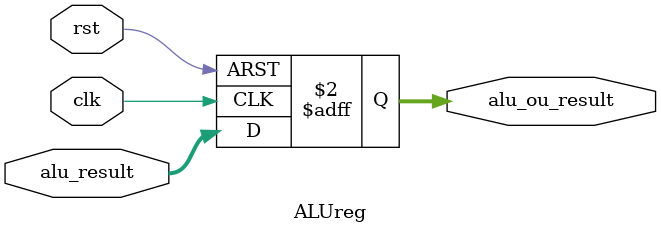
<source format=v>
`timescale 1ns / 1ps
module ALUreg(input[31:0]alu_result,
	input clk,input rst,
	output reg[31:0]alu_ou_result
    );
	always@(posedge clk or posedge rst)begin
		if(rst)
			alu_ou_result<=0;
		else
			alu_ou_result<=alu_result;
	end


endmodule

</source>
